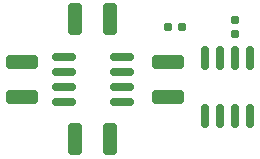
<source format=gbr>
%TF.GenerationSoftware,KiCad,Pcbnew,(6.0.0)*%
%TF.CreationDate,2022-12-15T22:30:45+01:00*%
%TF.ProjectId,current_measurement,63757272-656e-4745-9f6d-656173757265,2.0*%
%TF.SameCoordinates,Original*%
%TF.FileFunction,Paste,Bot*%
%TF.FilePolarity,Positive*%
%FSLAX46Y46*%
G04 Gerber Fmt 4.6, Leading zero omitted, Abs format (unit mm)*
G04 Created by KiCad (PCBNEW (6.0.0)) date 2022-12-15 22:30:45*
%MOMM*%
%LPD*%
G01*
G04 APERTURE LIST*
G04 Aperture macros list*
%AMRoundRect*
0 Rectangle with rounded corners*
0 $1 Rounding radius*
0 $2 $3 $4 $5 $6 $7 $8 $9 X,Y pos of 4 corners*
0 Add a 4 corners polygon primitive as box body*
4,1,4,$2,$3,$4,$5,$6,$7,$8,$9,$2,$3,0*
0 Add four circle primitives for the rounded corners*
1,1,$1+$1,$2,$3*
1,1,$1+$1,$4,$5*
1,1,$1+$1,$6,$7*
1,1,$1+$1,$8,$9*
0 Add four rect primitives between the rounded corners*
20,1,$1+$1,$2,$3,$4,$5,0*
20,1,$1+$1,$4,$5,$6,$7,0*
20,1,$1+$1,$6,$7,$8,$9,0*
20,1,$1+$1,$8,$9,$2,$3,0*%
G04 Aperture macros list end*
%ADD10RoundRect,0.250000X-0.325000X-1.100000X0.325000X-1.100000X0.325000X1.100000X-0.325000X1.100000X0*%
%ADD11RoundRect,0.250000X-1.100000X0.325000X-1.100000X-0.325000X1.100000X-0.325000X1.100000X0.325000X0*%
%ADD12RoundRect,0.150000X-0.150000X0.825000X-0.150000X-0.825000X0.150000X-0.825000X0.150000X0.825000X0*%
%ADD13RoundRect,0.150000X0.825000X0.150000X-0.825000X0.150000X-0.825000X-0.150000X0.825000X-0.150000X0*%
%ADD14RoundRect,0.160000X0.160000X-0.197500X0.160000X0.197500X-0.160000X0.197500X-0.160000X-0.197500X0*%
%ADD15RoundRect,0.160000X-0.197500X-0.160000X0.197500X-0.160000X0.197500X0.160000X-0.197500X0.160000X0*%
G04 APERTURE END LIST*
D10*
%TO.C,C4*%
X106885000Y-76200000D03*
X103935000Y-76200000D03*
%TD*%
D11*
%TO.C,C3*%
X99430000Y-69645000D03*
X99430000Y-72595000D03*
%TD*%
%TO.C,C2*%
X111760000Y-69645000D03*
X111760000Y-72595000D03*
%TD*%
D10*
%TO.C,C1*%
X103935000Y-66040000D03*
X106885000Y-66040000D03*
%TD*%
D12*
%TO.C,U4*%
X114935000Y-69280000D03*
X116205000Y-69280000D03*
X117475000Y-69280000D03*
X118745000Y-69280000D03*
X118745000Y-74230000D03*
X117475000Y-74230000D03*
X116205000Y-74230000D03*
X114935000Y-74230000D03*
%TD*%
D13*
%TO.C,U1*%
X107885000Y-69215000D03*
X107885000Y-70485000D03*
X107885000Y-71755000D03*
X107885000Y-73025000D03*
X102935000Y-73025000D03*
X102935000Y-71755000D03*
X102935000Y-70485000D03*
X102935000Y-69215000D03*
%TD*%
D14*
%TO.C,R3*%
X117475000Y-67272500D03*
X117475000Y-66077500D03*
%TD*%
D15*
%TO.C,R2*%
X111760000Y-66675000D03*
X112955000Y-66675000D03*
%TD*%
M02*

</source>
